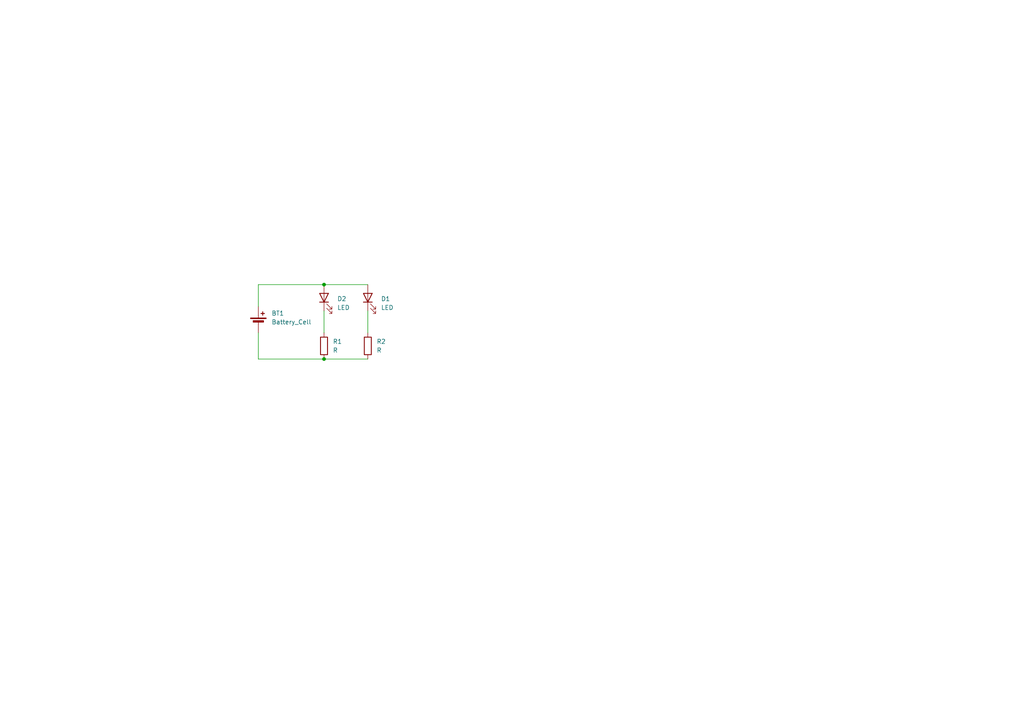
<source format=kicad_sch>
(kicad_sch (version 20250114) (generator "eeschema") (generator_version "9.0")
  (paper "A4")
  (lib_symbols
    (symbol "Device:Battery_Cell" (pin_numbers (hide yes)) (pin_names (offset 0) (hide yes))
      (property "Reference" "BT" (at 2.54 2.54 0))
      (property "Value" "Battery_Cell" (at 2.54 0 0))
      (symbol "Battery_Cell_0_1"
        (rectangle (start -2.286 1.778) (end 2.286 1.524) (fill (type outline)))
        (rectangle (start -1.524 1.016) (end 1.524 0.508) (fill (type outline)))
        (polyline (pts (xy 0 1.778) (xy 0 2.54)))
        (polyline (pts (xy 0 0.762) (xy 0 0)))
        (polyline (pts (xy 0.762 3.048) (xy 1.778 3.048)) (stroke (width 0.254)))
        (polyline (pts (xy 1.27 3.556) (xy 1.27 2.54)) (stroke (width 0.254)))
      )
      (symbol "Battery_Cell_1_1"
        (pin passive line (at 0 5.08 270) (length 2.54) (name "+") (number "1"))
        (pin passive line (at 0 -2.54 90) (length 2.54) (name "-") (number "2"))
      )
    )
    (symbol "Device:LED" (pin_numbers (hide yes)) (pin_names (offset 1.016) (hide yes))
      (property "Reference" "D" (at 0 2.54 0))
      (property "Value" "LED" (at 0 -2.54 0))
      (symbol "LED_0_1"
        (polyline (pts (xy -3.048 -0.762) (xy -4.572 -2.286) (xy -3.81 -2.286) (xy -4.572 -2.286) (xy -4.572 -1.524)))
        (polyline (pts (xy -1.778 -0.762) (xy -3.302 -2.286) (xy -2.54 -2.286) (xy -3.302 -2.286) (xy -3.302 -1.524)))
        (polyline (pts (xy -1.27 0) (xy 1.27 0)))
        (polyline (pts (xy -1.27 -1.27) (xy -1.27 1.27)) (stroke (width 0.254)))
        (polyline (pts (xy 1.27 -1.27) (xy 1.27 1.27) (xy -1.27 0) (xy 1.27 -1.27)) (stroke (width 0.254)))
      )
      (symbol "LED_1_1"
        (pin passive line (at -3.81 0 0) (length 2.54) (name "K") (number "1"))
        (pin passive line (at 3.81 0 180) (length 2.54) (name "A") (number "2"))
      )
    )
    (symbol "Device:R" (pin_numbers (hide yes)) (pin_names (offset 0))
      (property "Reference" "R" (at 2.032 0 90))
      (property "Value" "R" (at 0 0 90))
      (symbol "R_0_1"
        (rectangle (start -1.016 -2.54) (end 1.016 2.54) (stroke (width 0.254)))
      )
      (symbol "R_1_1"
        (pin passive line (at 0 3.81 270) (length 1.27) (name "~") (number "1"))
        (pin passive line (at 0 -3.81 90) (length 1.27) (name "~") (number "2"))
      )
    )
  )
  (junction (at 93.98 82.55))
  (junction (at 93.98 104.14))
  (wire (pts (xy 106.68 90.17) (xy 106.68 96.52)))
  (wire (pts (xy 93.98 90.17) (xy 93.98 96.52)))
  (wire (pts (xy 93.98 104.14) (xy 106.68 104.14)))
  (wire (pts (xy 74.93 96.52) (xy 74.93 104.14)))
  (wire (pts (xy 74.93 82.55) (xy 93.98 82.55)))
  (wire (pts (xy 93.98 82.55) (xy 106.68 82.55)))
  (wire (pts (xy 74.93 88.9) (xy 74.93 82.55)))
  (wire (pts (xy 74.93 104.14) (xy 93.98 104.14)))
  (symbol (lib_id "Device:LED") (at 106.68 86.36 90) (unit 1)
    (property "Reference" "D1" (at 110.49 86.6774 90) (effects (justify right)))
    (property "Value" "LED" (at 110.49 89.2174 90) (effects (justify right)))
    (property "Footprint" "LED_THT:LED_D5.0mm" (effects (hide yes)))
    (property "Description" "Light emitting diode" (effects (hide yes)))
    (property "Sim.Pins" "1=K 2=A" (effects (hide yes)))
  )
  (symbol (lib_id "Device:R") (at 106.68 100.33 0) (unit 1)
    (property "Reference" "R2" (at 109.22 99.0599 0) (effects (justify left)))
    (property "Value" "R" (at 109.22 101.5999 0) (effects (justify left)))
    (property "Footprint" "Resistor_THT:R_Axial_DIN0207_L6.3mm_D2.5mm_P7.62mm_Horizontal" (effects (hide yes)))
    (property "Description" "Resistor" (effects (hide yes)))
  )
  (symbol (lib_id "Device:Battery_Cell") (at 74.93 93.98 0) (unit 1)
    (property "Reference" "BT1" (at 78.74 90.8684 0) (effects (justify left)))
    (property "Value" "Battery_Cell" (at 78.74 93.4084 0) (effects (justify left)))
    (property "Footprint" "Battery:BatteryHolder_Keystone_3034_1x20mm" (effects (hide yes)))
    (property "Description" "Single-cell battery" (effects (hide yes)))
  )
  (symbol (lib_id "Device:R") (at 93.98 100.33 0) (unit 1)
    (property "Reference" "R1" (at 96.52 99.0599 0) (effects (justify left)))
    (property "Value" "R" (at 96.52 101.5999 0) (effects (justify left)))
    (property "Footprint" "Resistor_THT:R_Axial_DIN0207_L6.3mm_D2.5mm_P7.62mm_Horizontal" (effects (hide yes)))
    (property "Description" "Resistor" (effects (hide yes)))
  )
  (symbol (lib_id "Device:LED") (at 93.98 86.36 90) (unit 1)
    (property "Reference" "D2" (at 97.79 86.6774 90) (effects (justify right)))
    (property "Value" "LED" (at 97.79 89.2174 90) (effects (justify right)))
    (property "Footprint" "LED_THT:LED_D5.0mm" (effects (hide yes)))
    (property "Description" "Light emitting diode" (effects (hide yes)))
    (property "Sim.Pins" "1=K 2=A" (effects (hide yes)))
  )
)
</source>
